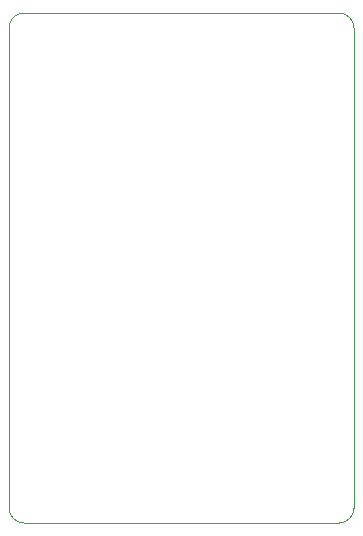
<source format=gbr>
%TF.GenerationSoftware,KiCad,Pcbnew,(5.1.7)-1*%
%TF.CreationDate,2022-03-21T18:16:10-03:00*%
%TF.ProjectId,ROMAdaptor,524f4d41-6461-4707-946f-722e6b696361,rev?*%
%TF.SameCoordinates,Original*%
%TF.FileFunction,Profile,NP*%
%FSLAX46Y46*%
G04 Gerber Fmt 4.6, Leading zero omitted, Abs format (unit mm)*
G04 Created by KiCad (PCBNEW (5.1.7)-1) date 2022-03-21 18:16:10*
%MOMM*%
%LPD*%
G01*
G04 APERTURE LIST*
%TA.AperFunction,Profile*%
%ADD10C,0.050000*%
%TD*%
G04 APERTURE END LIST*
D10*
X53340000Y-33020000D02*
G75*
G02*
X54610000Y-34290000I0J-1270000D01*
G01*
X25400000Y-34290000D02*
G75*
G02*
X26670000Y-33020000I1270000J0D01*
G01*
X26670000Y-76200000D02*
G75*
G02*
X25400000Y-74930000I0J1270000D01*
G01*
X54610000Y-74930000D02*
G75*
G02*
X53340000Y-76200000I-1270000J0D01*
G01*
X26670000Y-76200000D02*
X53340000Y-76200000D01*
X26670000Y-33020000D02*
X53340000Y-33020000D01*
X25400000Y-74930000D02*
X25400000Y-34290000D01*
X54610000Y-34290000D02*
X54610000Y-74930000D01*
M02*

</source>
